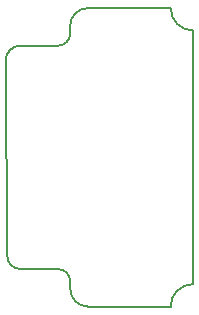
<source format=gbr>
G04 #@! TF.GenerationSoftware,KiCad,Pcbnew,(5.0.0)*
G04 #@! TF.CreationDate,2018-11-06T13:04:42+03:00*
G04 #@! TF.ProjectId,NeoP_6W,4E656F505F36572E6B696361645F7063,rev?*
G04 #@! TF.SameCoordinates,Original*
G04 #@! TF.FileFunction,Profile,NP*
%FSLAX46Y46*%
G04 Gerber Fmt 4.6, Leading zero omitted, Abs format (unit mm)*
G04 Created by KiCad (PCBNEW (5.0.0)) date 11/06/18 13:04:42*
%MOMM*%
%LPD*%
G01*
G04 APERTURE LIST*
%ADD10C,0.150000*%
G04 APERTURE END LIST*
D10*
X121285000Y-102108000D02*
X119761000Y-102108000D01*
X121285000Y-102108000D02*
G75*
G02X123190000Y-100203000I1905000J0D01*
G01*
X123190000Y-78740000D02*
X123190000Y-100203000D01*
X119761000Y-76835000D02*
X121285000Y-76835000D01*
X123190000Y-78740000D02*
G75*
G02X121285000Y-76835000I0J1905000D01*
G01*
X111760000Y-98933000D02*
X109220000Y-98933000D01*
X112776000Y-99949000D02*
X112776000Y-100584000D01*
X111760000Y-98933000D02*
G75*
G02X112776000Y-99949000I0J-1016000D01*
G01*
X111760000Y-80010000D02*
X109220000Y-80010000D01*
X112776000Y-78359000D02*
X112776000Y-78994000D01*
X112776000Y-78994000D02*
G75*
G02X111760000Y-80010000I-1016000J0D01*
G01*
X114300000Y-76835000D02*
X119761000Y-76835000D01*
X107442000Y-97790000D02*
X107315000Y-81280000D01*
X108585000Y-98933000D02*
G75*
G02X107442000Y-97790000I0J1143000D01*
G01*
X109220000Y-98933000D02*
X108585000Y-98933000D01*
X107315000Y-81280000D02*
G75*
G02X108585000Y-80010000I1270000J0D01*
G01*
X109220000Y-80010000D02*
X108585000Y-80010000D01*
X112776000Y-78359000D02*
G75*
G02X114300000Y-76835000I1524000J0D01*
G01*
X114300000Y-102108000D02*
X119253000Y-102108000D01*
X114300000Y-102108000D02*
G75*
G02X112776000Y-100584000I0J1524000D01*
G01*
X119761000Y-102108000D02*
X119253000Y-102108000D01*
M02*

</source>
